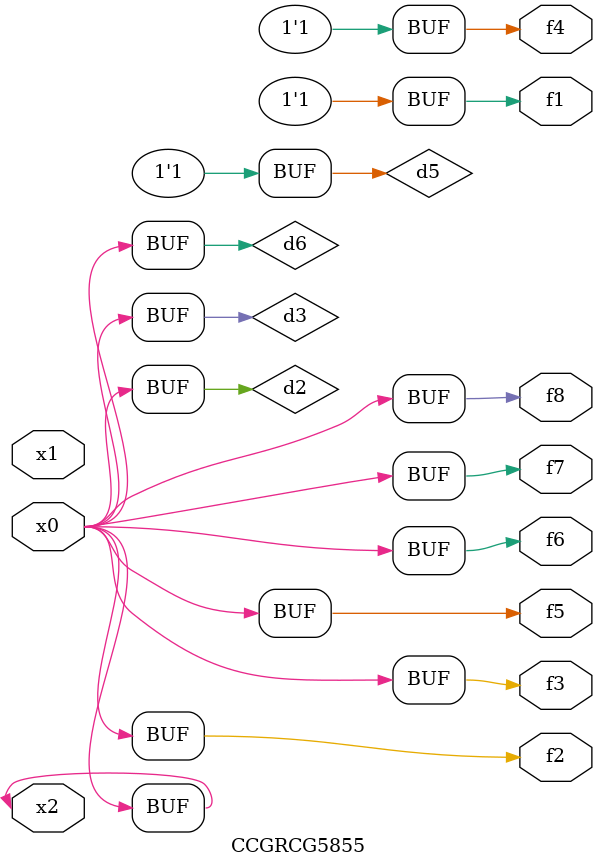
<source format=v>
module CCGRCG5855(
	input x0, x1, x2,
	output f1, f2, f3, f4, f5, f6, f7, f8
);

	wire d1, d2, d3, d4, d5, d6;

	xnor (d1, x2);
	buf (d2, x0, x2);
	and (d3, x0);
	xnor (d4, x1, x2);
	nand (d5, d1, d3);
	buf (d6, d2, d3);
	assign f1 = d5;
	assign f2 = d6;
	assign f3 = d6;
	assign f4 = d5;
	assign f5 = d6;
	assign f6 = d6;
	assign f7 = d6;
	assign f8 = d6;
endmodule

</source>
